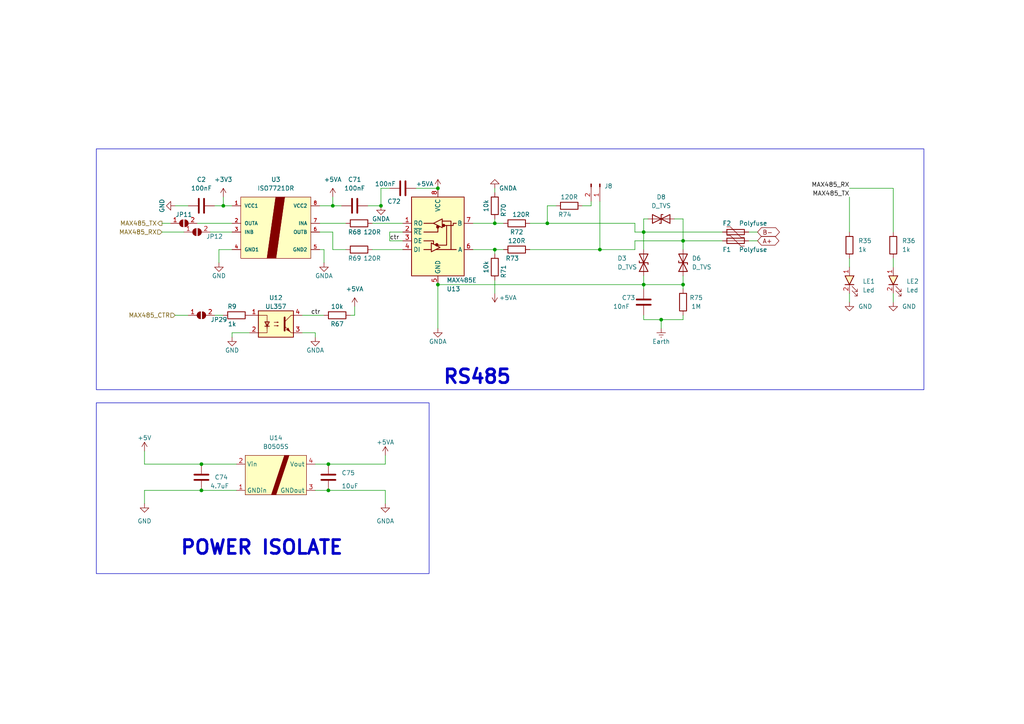
<source format=kicad_sch>
(kicad_sch (version 20230121) (generator eeschema)
  (paper "A4")
  (lib_symbols
    (symbol "Connector:Conn_01x02_Male" (pin_names (offset 1.016) hide)
      (property "Reference" "J" (at 0 2.54 0))
      (property "Value" "Conn_01x02_Male" (at 0 -5.08 0))
      (symbol "Conn_01x02_Male_1_1"
        (polyline (pts (xy 1.27 -2.54) (xy 0.8636 -2.54)) (stroke (width 0.1524)))
        (polyline (pts (xy 1.27 0) (xy 0.8636 0)) (stroke (width 0.1524)))
        (rectangle (start 0.8636 -2.413) (end 0 -2.667) (stroke (width 0.1524)) (fill (type outline)))
        (rectangle (start 0.8636 0.127) (end 0 -0.127) (stroke (width 0.1524)) (fill (type outline)))
        (pin passive line (at 5.08 0 180) (length 3.81) (name "Pin_1") (number "1"))
        (pin passive line (at 5.08 -2.54 180) (length 3.81) (name "Pin_2") (number "2"))
      )
    )
    (symbol "Device:C" (pin_numbers hide) (pin_names (offset 0.254))
      (property "Reference" "C" (at 0.635 2.54 0))
      (property "Value" "C" (at 0.635 -2.54 0))
      (symbol "C_0_1"
        (polyline (pts (xy -2.032 -0.762) (xy 2.032 -0.762)) (stroke (width 0.508)))
        (polyline (pts (xy -2.032 0.762) (xy 2.032 0.762)) (stroke (width 0.508)))
      )
      (symbol "C_1_1"
        (pin passive line (at 0 3.81 270) (length 2.794) (name "~") (number "1"))
        (pin passive line (at 0 -3.81 90) (length 2.794) (name "~") (number "2"))
      )
    )
    (symbol "Device:D_TVS" (pin_numbers hide) (pin_names (offset 1.016) hide)
      (property "Reference" "D" (at 0 2.54 0))
      (property "Value" "D_TVS" (at 0 -2.54 0))
      (symbol "D_TVS_0_1"
        (polyline (pts (xy 1.27 0) (xy -1.27 0)))
        (polyline (pts (xy 0.508 1.27) (xy 0 1.27) (xy 0 -1.27) (xy -0.508 -1.27)) (stroke (width 0.254)))
        (polyline (pts (xy -2.54 1.27) (xy -2.54 -1.27) (xy 2.54 1.27) (xy 2.54 -1.27) (xy -2.54 1.27)) (stroke (width 0.254)))
      )
      (symbol "D_TVS_1_1"
        (pin passive line (at -3.81 0 0) (length 2.54) (name "A1") (number "1"))
        (pin passive line (at 3.81 0 180) (length 2.54) (name "A2") (number "2"))
      )
    )
    (symbol "Device:Polyfuse" (pin_numbers hide) (pin_names (offset 0))
      (property "Reference" "F" (at -2.54 0 90))
      (property "Value" "Polyfuse" (at 2.54 0 90))
      (symbol "Polyfuse_0_1"
        (rectangle (start -0.762 2.54) (end 0.762 -2.54) (stroke (width 0.254)))
        (polyline (pts (xy 0 2.54) (xy 0 -2.54)))
        (polyline (pts (xy -1.524 2.54) (xy -1.524 1.524) (xy 1.524 -1.524) (xy 1.524 -2.54)))
      )
      (symbol "Polyfuse_1_1"
        (pin passive line (at 0 3.81 270) (length 1.27) (name "~") (number "1"))
        (pin passive line (at 0 -3.81 90) (length 1.27) (name "~") (number "2"))
      )
    )
    (symbol "Device:R" (pin_numbers hide) (pin_names (offset 0))
      (property "Reference" "R" (at 2.032 0 90))
      (property "Value" "R" (at 0 0 90))
      (symbol "R_0_1"
        (rectangle (start -1.016 -2.54) (end 1.016 2.54) (stroke (width 0.254)))
      )
      (symbol "R_1_1"
        (pin passive line (at 0 3.81 270) (length 1.27) (name "~") (number "1"))
        (pin passive line (at 0 -3.81 90) (length 1.27) (name "~") (number "2"))
      )
    )
    (symbol "IVS_SYMBOLS:B0505S"
      (property "Reference" "U" (at -10.16 7.62 0))
      (property "Value" "B0505S" (at 0 -7.62 0))
      (symbol "B0505S_0_1"
        (polyline (pts (xy -10.16 5.08) (xy -10.16 -6.35) (xy -2.54 -6.35) (xy 1.27 5.08) (xy -10.16 5.08)) (fill (type background)))
        (polyline (pts (xy 1.27 5.08) (xy 2.54 5.08) (xy -1.27 -6.35) (xy -2.54 -6.35) (xy 1.27 5.08)) (fill (type outline)))
        (polyline (pts (xy 2.54 5.08) (xy -1.27 -6.35) (xy 7.62 -6.35) (xy 7.62 5.08) (xy 2.54 5.08)) (fill (type background)))
      )
      (symbol "B0505S_1_1"
        (pin power_in line (at -12.7 -5.08 0) (length 2.54) (name "GNDin") (number "1"))
        (pin power_in line (at -12.7 2.54 0) (length 2.54) (name "Vin") (number "2"))
        (pin power_out line (at 10.16 -5.08 180) (length 2.54) (name "GNDout") (number "3"))
        (pin power_out line (at 10.16 2.54 180) (length 2.54) (name "Vout") (number "4"))
      )
    )
    (symbol "IVS_SYMBOLS:ISO7721DR" (pin_names (offset 1.016))
      (property "Reference" "U" (at -10.16 11.16 0))
      (property "Value" "ISO7721DR" (at -10.16 -10.16 0))
      (symbol "ISO7721DR_0_0"
        (pin power_in line (at -12.7 7.62 0) (length 2.54) (name "VCC1") (number "1"))
        (pin output line (at -12.7 2.54 0) (length 2.54) (name "OUTA") (number "2"))
        (pin input line (at -12.7 0 0) (length 2.54) (name "INB") (number "3"))
        (pin power_in line (at -12.7 -5.08 0) (length 2.54) (name "GND1") (number "4"))
        (pin power_in line (at 12.7 -5.08 180) (length 2.54) (name "GND2") (number "5"))
        (pin output line (at 12.7 0 180) (length 2.54) (name "OUTB") (number "6"))
        (pin input line (at 12.7 2.54 180) (length 2.54) (name "INA") (number "7"))
        (pin power_in line (at 12.7 7.62 180) (length 2.54) (name "VCC2") (number "8"))
      )
      (symbol "ISO7721DR_0_1"
        (polyline (pts (xy -10.16 10.16) (xy -10.16 -7.62) (xy -2.54 -7.62) (xy 0 10.16) (xy -10.16 10.16)) (fill (type background)))
        (polyline (pts (xy 0 10.16) (xy 2.54 10.16) (xy 0 -7.62) (xy -2.54 -7.62) (xy 0 10.16)) (fill (type outline)))
        (polyline (pts (xy 2.54 10.16) (xy 0 -7.62) (xy 10.16 -7.62) (xy 10.16 10.16) (xy 2.54 10.16)) (fill (type background)))
      )
    )
    (symbol "IVS_SYMBOLS:Led"
      (property "Reference" "LE" (at 0.508 -2.794 0))
      (property "Value" "Led" (at -0.254 2.794 0))
      (symbol "Led_0_1"
        (polyline (pts (xy 0 -1.27) (xy 0 1.27)) (stroke (width 0.254)))
        (polyline (pts (xy 2.54 -1.27) (xy 2.54 1.27) (xy 0 0) (xy 2.54 -1.27)) (stroke (width 0.254)) (fill (type background)))
        (polyline (pts (xy -1.778 -0.762) (xy -3.302 -2.286) (xy -2.54 -2.286) (xy -3.302 -2.286) (xy -3.302 -1.524)))
        (polyline (pts (xy -0.508 -0.762) (xy -2.032 -2.286) (xy -1.27 -2.286) (xy -2.032 -2.286) (xy -2.032 -1.524)))
      )
      (symbol "Led_1_1"
        (pin passive line (at 5.08 0 180) (length 2.54) (name "") (number "1"))
        (pin passive line (at -2.54 0 0) (length 2.54) (name "") (number "2"))
      )
    )
    (symbol "Interface_UART:MAX485E"
      (property "Reference" "U" (at -6.096 11.43 0))
      (property "Value" "MAX485E" (at 0.762 11.43 0))
      (symbol "MAX485E_0_1"
        (rectangle (start -7.62 10.16) (end 7.62 -12.7) (stroke (width 0.254)) (fill (type background)))
        (circle (center -0.3048 -3.683) (radius 0.3556) (stroke (width 0.254)) (fill (type outline)))
        (circle (center -0.0254 1.4986) (radius 0.3556) (stroke (width 0.254)) (fill (type outline)))
        (polyline (pts (xy -4.064 -5.08) (xy -1.905 -5.08)) (stroke (width 0.254)))
        (polyline (pts (xy -4.064 2.54) (xy -1.27 2.54)) (stroke (width 0.254)))
        (polyline (pts (xy -1.27 -3.2004) (xy -1.27 -3.4544)) (stroke (width 0.254)))
        (polyline (pts (xy -0.635 -5.08) (xy 5.334 -5.08)) (stroke (width 0.254)))
        (polyline (pts (xy -4.064 -2.54) (xy -1.27 -2.54) (xy -1.27 -3.175)) (stroke (width 0.254)))
        (polyline (pts (xy 0 1.27) (xy 0 0) (xy -4.064 0)) (stroke (width 0.254)))
        (polyline (pts (xy 1.27 3.175) (xy 3.81 3.175) (xy 3.81 -5.08)) (stroke (width 0.254)))
        (polyline (pts (xy 2.54 1.905) (xy 2.54 -3.81) (xy 0 -3.81)) (stroke (width 0.254)))
        (polyline (pts (xy -1.905 -3.175) (xy -1.905 -5.715) (xy 0.635 -4.445) (xy -1.905 -3.175)) (stroke (width 0.254)))
        (polyline (pts (xy -1.27 2.54) (xy 1.27 3.81) (xy 1.27 1.27) (xy -1.27 2.54)) (stroke (width 0.254)))
        (polyline (pts (xy 1.905 1.905) (xy 4.445 1.905) (xy 4.445 2.54) (xy 5.334 2.54)) (stroke (width 0.254)))
        (rectangle (start 1.27 3.175) (end 1.27 3.175))
        (circle (center 1.651 1.905) (radius 0.3556) (stroke (width 0.254)) (fill (type outline)))
      )
      (symbol "MAX485E_1_1"
        (pin output line (at -10.16 2.54 0) (length 2.54) (name "RO") (number "1"))
        (pin input line (at -10.16 0 0) (length 2.54) (name "~{RE}") (number "2"))
        (pin input line (at -10.16 -2.54 0) (length 2.54) (name "DE") (number "3"))
        (pin input line (at -10.16 -5.08 0) (length 2.54) (name "DI") (number "4"))
        (pin power_in line (at 0 -15.24 90) (length 2.54) (name "GND") (number "5"))
        (pin bidirectional line (at 10.16 -5.08 180) (length 2.54) (name "A") (number "6"))
        (pin bidirectional line (at 10.16 2.54 180) (length 2.54) (name "B") (number "7"))
        (pin power_in line (at 0 12.7 270) (length 2.54) (name "VCC") (number "8"))
      )
    )
    (symbol "Isolator:SFH617A-2X017T" (pin_names (offset 1.016))
      (property "Reference" "U" (at -5.08 6.35 0))
      (property "Value" "SFH617A-2X017T" (at -5.08 -6.35 0))
      (symbol "SFH617A-2X017T_0_1"
        (rectangle (start -5.08 3.81) (end 5.08 -3.81) (stroke (width 0.254)) (fill (type background)))
        (polyline (pts (xy -3.175 -0.635) (xy -1.905 -0.635)) (stroke (width 0.254)))
        (polyline (pts (xy 2.54 0.635) (xy 4.445 2.54)))
        (polyline (pts (xy 4.445 -2.54) (xy 2.54 -0.635)) (fill (type outline)))
        (polyline (pts (xy 4.445 -2.54) (xy 5.08 -2.54)))
        (polyline (pts (xy 4.445 2.54) (xy 5.08 2.54)))
        (polyline (pts (xy -2.54 -0.635) (xy -2.54 -2.54) (xy -5.08 -2.54)))
        (polyline (pts (xy 2.54 1.905) (xy 2.54 -1.905) (xy 2.54 -1.905)) (stroke (width 0.508)))
        (polyline (pts (xy -5.08 2.54) (xy -2.54 2.54) (xy -2.54 -1.27) (xy -2.54 0.635)))
        (polyline (pts (xy -2.54 -0.635) (xy -3.175 0.635) (xy -1.905 0.635) (xy -2.54 -0.635)) (stroke (width 0.254)))
        (polyline (pts (xy -0.508 -0.508) (xy 0.762 -0.508) (xy 0.381 -0.635) (xy 0.381 -0.381) (xy 0.762 -0.508)))
        (polyline (pts (xy -0.508 0.508) (xy 0.762 0.508) (xy 0.381 0.381) (xy 0.381 0.635) (xy 0.762 0.508)))
        (polyline (pts (xy 3.048 -1.651) (xy 3.556 -1.143) (xy 4.064 -2.159) (xy 3.048 -1.651) (xy 3.048 -1.651)) (fill (type outline)))
      )
      (symbol "SFH617A-2X017T_1_1"
        (pin passive line (at -7.62 2.54 0) (length 2.54) (name "~") (number "1"))
        (pin passive line (at -7.62 -2.54 0) (length 2.54) (name "~") (number "2"))
        (pin passive line (at 7.62 -2.54 180) (length 2.54) (name "~") (number "3"))
        (pin passive line (at 7.62 2.54 180) (length 2.54) (name "~") (number "4"))
      )
    )
    (symbol "Jumper:SolderJumper_2_Open" (pin_names (offset 0) hide)
      (property "Reference" "JP" (at 0 2.032 0))
      (property "Value" "SolderJumper_2_Open" (at 0 -2.54 0))
      (symbol "SolderJumper_2_Open_0_1"
        (arc (start -0.254 1.016) (mid -1.2656 0) (end -0.254 -1.016))
        (arc (start -0.254 1.016) (mid -1.2656 0) (end -0.254 -1.016) (fill (type outline)))
        (polyline (pts (xy -0.254 1.016) (xy -0.254 -1.016)))
        (polyline (pts (xy 0.254 1.016) (xy 0.254 -1.016)))
        (arc (start 0.254 -1.016) (mid 1.2656 0) (end 0.254 1.016))
        (arc (start 0.254 -1.016) (mid 1.2656 0) (end 0.254 1.016) (fill (type outline)))
      )
      (symbol "SolderJumper_2_Open_1_1"
        (pin passive line (at -3.81 0 0) (length 2.54) (name "A") (number "1"))
        (pin passive line (at 3.81 0 180) (length 2.54) (name "B") (number "2"))
      )
    )
    (symbol "power:+3V3" (power) (pin_names (offset 0))
      (property "Value" "+3V3" (at 0 3.556 0))
      (symbol "+3V3_0_1"
        (polyline (pts (xy -0.762 1.27) (xy 0 2.54)))
        (polyline (pts (xy 0 0) (xy 0 2.54)))
        (polyline (pts (xy 0 2.54) (xy 0.762 1.27)))
      )
      (symbol "+3V3_1_1"
        (pin power_in line (at 0 0 90) (length 0) hide (name "+3V3") (number "1"))
      )
    )
    (symbol "power:+5V" (power) (pin_names (offset 0))
      (property "Value" "+5V" (at 0 3.556 0))
      (symbol "+5V_0_1"
        (polyline (pts (xy -0.762 1.27) (xy 0 2.54)))
        (polyline (pts (xy 0 0) (xy 0 2.54)))
        (polyline (pts (xy 0 2.54) (xy 0.762 1.27)))
      )
      (symbol "+5V_1_1"
        (pin power_in line (at 0 0 90) (length 0) hide (name "+5V") (number "1"))
      )
    )
    (symbol "power:+5VA" (power) (pin_names (offset 0))
      (property "Value" "+5VA" (at 0 3.556 0))
      (symbol "+5VA_0_1"
        (polyline (pts (xy -0.762 1.27) (xy 0 2.54)))
        (polyline (pts (xy 0 0) (xy 0 2.54)))
        (polyline (pts (xy 0 2.54) (xy 0.762 1.27)))
      )
      (symbol "+5VA_1_1"
        (pin power_in line (at 0 0 90) (length 0) hide (name "+5VA") (number "1"))
      )
    )
    (symbol "power:Earth" (power) (pin_names (offset 0))
      (symbol "Earth_0_1"
        (polyline (pts (xy -0.635 -1.905) (xy 0.635 -1.905)))
        (polyline (pts (xy -0.127 -2.54) (xy 0.127 -2.54)))
        (polyline (pts (xy 0 -1.27) (xy 0 0)))
        (polyline (pts (xy 1.27 -1.27) (xy -1.27 -1.27)))
      )
      (symbol "Earth_1_1"
        (pin power_in line (at 0 0 270) (length 0) hide (name "Earth") (number "1"))
      )
    )
    (symbol "power:GND" (power) (pin_names (offset 0))
      (property "Value" "GND" (at 0 -3.81 0))
      (symbol "GND_0_1"
        (polyline (pts (xy 0 0) (xy 0 -1.27) (xy 1.27 -1.27) (xy 0 -2.54) (xy -1.27 -1.27) (xy 0 -1.27)))
      )
      (symbol "GND_1_1"
        (pin power_in line (at 0 0 270) (length 0) hide (name "GND") (number "1"))
      )
    )
    (symbol "power:GNDA" (power) (pin_names (offset 0))
      (property "Value" "GNDA" (at 0 -3.81 0))
      (symbol "GNDA_0_1"
        (polyline (pts (xy 0 0) (xy 0 -1.27) (xy 1.27 -1.27) (xy 0 -2.54) (xy -1.27 -1.27) (xy 0 -1.27)))
      )
      (symbol "GNDA_1_1"
        (pin power_in line (at 0 0 270) (length 0) hide (name "GNDA") (number "1"))
      )
    )
  )
  (junction (at 186.69 82.55))
  (junction (at 95.25 142.24))
  (junction (at 173.99 72.39))
  (junction (at 110.49 59.69))
  (junction (at 158.75 64.77))
  (junction (at 127 82.55))
  (junction (at 58.42 134.62))
  (junction (at 95.25 134.62))
  (junction (at 127 54.61))
  (junction (at 96.52 59.69))
  (junction (at 198.12 69.85))
  (junction (at 191.77 92.71))
  (junction (at 143.51 64.77))
  (junction (at 64.77 59.69))
  (junction (at 143.51 72.39))
  (junction (at 198.12 82.55))
  (junction (at 186.69 67.31))
  (junction (at 58.42 142.24))
  (wire (pts (xy 186.69 67.31) (xy 209.55 67.31)))
  (wire (pts (xy 62.23 59.69) (xy 64.77 59.69)))
  (wire (pts (xy 186.69 67.31) (xy 186.69 72.39)))
  (wire (pts (xy 127 82.55) (xy 127 95.25)))
  (wire (pts (xy 259.08 74.93) (xy 259.08 77.47)))
  (wire (pts (xy 186.69 82.55) (xy 198.12 82.55)))
  (wire (pts (xy 198.12 82.55) (xy 198.12 83.82)))
  (wire (pts (xy 58.42 134.62) (xy 68.58 134.62)))
  (wire (pts (xy 96.52 67.31) (xy 92.71 67.31)))
  (wire (pts (xy 171.45 59.69) (xy 171.45 58.42)))
  (wire (pts (xy 113.03 54.61) (xy 110.49 54.61)))
  (wire (pts (xy 246.38 54.61) (xy 259.08 54.61)))
  (wire (pts (xy 217.17 67.31) (xy 219.71 67.31)))
  (wire (pts (xy 246.38 57.15) (xy 246.38 67.31)))
  (wire (pts (xy 64.77 59.69) (xy 67.31 59.69)))
  (wire (pts (xy 107.95 64.77) (xy 116.84 64.77)))
  (wire (pts (xy 96.52 59.69) (xy 99.06 59.69)))
  (wire (pts (xy 143.51 55.88) (xy 143.51 54.61)))
  (wire (pts (xy 198.12 63.5) (xy 198.12 69.85)))
  (wire (pts (xy 143.51 81.28) (xy 143.51 85.09)))
  (wire (pts (xy 95.25 134.62) (xy 111.76 134.62)))
  (wire (pts (xy 46.99 64.77) (xy 49.53 64.77)))
  (wire (pts (xy 259.08 54.61) (xy 259.08 67.31)))
  (wire (pts (xy 184.15 69.85) (xy 198.12 69.85)))
  (wire (pts (xy 195.58 63.5) (xy 198.12 63.5)))
  (wire (pts (xy 67.31 72.39) (xy 63.5 72.39)))
  (wire (pts (xy 100.33 72.39) (xy 96.52 72.39)))
  (wire (pts (xy 50.8 91.44) (xy 54.61 91.44)))
  (wire (pts (xy 106.68 59.69) (xy 110.49 59.69)))
  (wire (pts (xy 184.15 64.77) (xy 184.15 67.31)))
  (wire (pts (xy 95.25 134.62) (xy 91.44 134.62)))
  (wire (pts (xy 186.69 63.5) (xy 186.69 67.31)))
  (wire (pts (xy 246.38 74.93) (xy 246.38 77.47)))
  (wire (pts (xy 173.99 58.42) (xy 173.99 72.39)))
  (wire (pts (xy 184.15 69.85) (xy 184.15 72.39)))
  (wire (pts (xy 96.52 72.39) (xy 96.52 67.31)))
  (wire (pts (xy 72.39 96.52) (xy 67.31 96.52)))
  (wire (pts (xy 95.25 142.24) (xy 111.76 142.24)))
  (wire (pts (xy 60.96 67.31) (xy 67.31 67.31)))
  (wire (pts (xy 111.76 142.24) (xy 111.76 146.05)))
  (wire (pts (xy 102.87 88.9) (xy 102.87 91.44)))
  (wire (pts (xy 58.42 142.24) (xy 68.58 142.24)))
  (wire (pts (xy 91.44 96.52) (xy 91.44 97.79)))
  (wire (pts (xy 67.31 96.52) (xy 67.31 97.79)))
  (wire (pts (xy 91.44 142.24) (xy 95.25 142.24)))
  (wire (pts (xy 168.91 59.69) (xy 171.45 59.69)))
  (wire (pts (xy 50.8 59.69) (xy 54.61 59.69)))
  (wire (pts (xy 209.55 69.85) (xy 198.12 69.85)))
  (wire (pts (xy 64.77 57.15) (xy 64.77 59.69)))
  (wire (pts (xy 191.77 95.25) (xy 191.77 92.71)))
  (wire (pts (xy 143.51 72.39) (xy 143.51 73.66)))
  (wire (pts (xy 186.69 82.55) (xy 186.69 83.82)))
  (wire (pts (xy 187.96 63.5) (xy 186.69 63.5)))
  (wire (pts (xy 198.12 91.44) (xy 198.12 92.71)))
  (wire (pts (xy 198.12 80.01) (xy 198.12 82.55)))
  (wire (pts (xy 110.49 54.61) (xy 110.49 59.69)))
  (wire (pts (xy 96.52 59.69) (xy 92.71 59.69)))
  (wire (pts (xy 87.63 91.44) (xy 93.98 91.44)))
  (wire (pts (xy 158.75 64.77) (xy 184.15 64.77)))
  (wire (pts (xy 116.84 67.31) (xy 113.03 67.31)))
  (wire (pts (xy 259.08 85.09) (xy 259.08 87.63)))
  (wire (pts (xy 184.15 67.31) (xy 186.69 67.31)))
  (wire (pts (xy 186.69 92.71) (xy 191.77 92.71)))
  (wire (pts (xy 111.76 132.08) (xy 111.76 134.62)))
  (wire (pts (xy 113.03 69.85) (xy 116.84 69.85)))
  (wire (pts (xy 127 82.55) (xy 186.69 82.55)))
  (wire (pts (xy 217.17 69.85) (xy 219.71 69.85)))
  (wire (pts (xy 120.65 54.61) (xy 127 54.61)))
  (wire (pts (xy 102.87 91.44) (xy 101.6 91.44)))
  (wire (pts (xy 93.98 72.39) (xy 93.98 76.2)))
  (wire (pts (xy 158.75 59.69) (xy 158.75 64.77)))
  (wire (pts (xy 41.91 130.81) (xy 41.91 134.62)))
  (wire (pts (xy 41.91 134.62) (xy 58.42 134.62)))
  (wire (pts (xy 161.29 59.69) (xy 158.75 59.69)))
  (wire (pts (xy 173.99 72.39) (xy 184.15 72.39)))
  (wire (pts (xy 57.15 64.77) (xy 67.31 64.77)))
  (wire (pts (xy 87.63 96.52) (xy 91.44 96.52)))
  (wire (pts (xy 143.51 64.77) (xy 146.05 64.77)))
  (wire (pts (xy 92.71 72.39) (xy 93.98 72.39)))
  (wire (pts (xy 143.51 63.5) (xy 143.51 64.77)))
  (wire (pts (xy 41.91 142.24) (xy 58.42 142.24)))
  (wire (pts (xy 191.77 92.71) (xy 198.12 92.71)))
  (wire (pts (xy 186.69 82.55) (xy 186.69 80.01)))
  (wire (pts (xy 143.51 72.39) (xy 146.05 72.39)))
  (wire (pts (xy 62.23 91.44) (xy 64.77 91.44)))
  (wire (pts (xy 41.91 146.05) (xy 41.91 142.24)))
  (wire (pts (xy 153.67 64.77) (xy 158.75 64.77)))
  (wire (pts (xy 246.38 85.09) (xy 246.38 87.63)))
  (wire (pts (xy 63.5 72.39) (xy 63.5 76.2)))
  (wire (pts (xy 96.52 57.15) (xy 96.52 59.69)))
  (wire (pts (xy 107.95 72.39) (xy 116.84 72.39)))
  (wire (pts (xy 137.16 72.39) (xy 143.51 72.39)))
  (wire (pts (xy 186.69 91.44) (xy 186.69 92.71)))
  (wire (pts (xy 198.12 69.85) (xy 198.12 72.39)))
  (wire (pts (xy 92.71 64.77) (xy 100.33 64.77)))
  (wire (pts (xy 46.99 67.31) (xy 53.34 67.31)))
  (wire (pts (xy 153.67 72.39) (xy 173.99 72.39)))
  (wire (pts (xy 137.16 64.77) (xy 143.51 64.77)))
  (wire (pts (xy 113.03 67.31) (xy 113.03 69.85)))
  (rectangle (start 27.94 43.18) (end 267.97 113.03))
  (rectangle (start 27.94 116.84) (end 124.46 166.37))
  (text "RS485\n" (at 128.27 111.76 0) (effects (font (size 4 4) (thickness 0.8) bold) (justify left bottom)))
  (text "POWER ISOLATE\n" (at 52.07 161.29 0) (effects (font (size 4 4) (thickness 0.8) bold) (justify left bottom)))
  (label "ctr" (at 90.17 91.44 0))
  (label "MAX485_RX" (at 246.38 54.61 180))
  (label "MAX485_TX" (at 246.38 57.15 180))
  (label "ctr" (at 113.03 69.85 0))
  (global_label "B-" (shape bidirectional) (at 219.71 67.31 0) (property "Intersheetrefs" "${INTERSHEET_REFS}" (effects hide)))
  (global_label "A+" (shape bidirectional) (at 219.71 69.85 0) (property "Intersheetrefs" "${INTERSHEET_REFS}" (effects hide)))
  (hierarchical_label "MAX485_CTR" (shape input) (at 50.8 91.44 180))
  (hierarchical_label "MAX485_RX" (shape input) (at 46.99 67.31 180))
  (hierarchical_label "MAX485_TX" (shape output) (at 46.99 64.77 180))
  (symbol (lib_id "Device:C") (at 116.84 54.61 90) (unit 1)
    (property "Reference" "C72" (at 114.3 58.42 90))
    (property "Value" "100nF" (at 111.76 53.34 90))
    (property "Footprint" "IVS_FOOTPRINTS:C0603" (effects hide))
    (instances (project "INTERFACE" (path "" (reference "C72") (unit 1)) (path "" (reference "C4") (unit 1))))
  )
  (symbol (lib_id "Device:D_TVS") (at 186.69 76.2 90) (unit 1)
    (property "Reference" "D3" (at 179.07 74.93 90) (effects (justify right)))
    (property "Value" "D_TVS" (at 179.07 77.47 90) (effects (justify right)))
    (property "Footprint" "IVS_FOOTPRINTS:D_SMA" (effects hide))
    (instances (project "INTERFACE" (path "" (reference "D3") (unit 1)) (path "" (reference "D1") (unit 1))))
  )
  (symbol (lib_id "power:+3V3") (at 64.77 57.15 0) (unit 1)
    (property "Reference" "#PWR011" (effects hide))
    (property "Value" "+3V3" (at 64.77 52.07 0))
    (instances (project "INTERFACE" (path "" (reference "#PWR011") (unit 1)) (path "" (reference "#PWR03") (unit 1))))
  )
  (symbol (lib_id "Device:Polyfuse") (at 213.36 69.85 90) (mirror x) (unit 1)
    (property "Reference" "F1" (at 210.82 72.39 90))
    (property "Value" "Polyfuse" (at 218.44 72.39 90))
    (property "Footprint" "IVS_FOOTPRINTS:Fuse_1812_4532Metric" (effects hide))
    (instances (project "INTERFACE" (path "" (reference "F1") (unit 1)) (path "" (reference "F4") (unit 1))))
  )
  (symbol (lib_id "power:GND") (at 63.5 76.2 0) (unit 1)
    (property "Reference" "#PWR010" (effects hide))
    (property "Value" "GND" (at 63.5 80.01 0))
    (instances (project "INTERFACE" (path "" (reference "#PWR010") (unit 1)) (path "" (reference "#PWR02") (unit 1))))
  )
  (symbol (lib_id "Device:R") (at 246.38 71.12 0) (unit 1)
    (property "Reference" "R35" (at 248.92 69.8499 0) (effects (justify left)))
    (property "Value" "1k" (at 248.92 72.3899 0) (effects (justify left)))
    (property "Footprint" "IVS_FOOTPRINTS:R0603" (effects hide))
    (instances (project "INTERFACE" (path "" (reference "R35") (unit 1)) (path "" (reference "R16") (unit 1))))
  )
  (symbol (lib_id "power:GND") (at 50.8 59.69 270) (unit 1)
    (property "Reference" "#PWR08" (effects hide))
    (property "Value" "GND" (at 46.99 59.69 0))
    (instances (project "INTERFACE" (path "" (reference "#PWR08") (unit 1)) (path "" (reference "#PWR01") (unit 1))))
  )
  (symbol (lib_id "power:GNDA") (at 111.76 146.05 0) (unit 1)
    (property "Reference" "#PWR0110" (effects hide))
    (property "Value" "GNDA" (at 111.76 151.13 0))
    (instances (project "POWER" (path "" (reference "#PWR0110") (unit 1))) (project "INTERFACE" (path "" (reference "#PWR023") (unit 1))))
  )
  (symbol (lib_id "Device:R") (at 198.12 87.63 180) (unit 1)
    (property "Reference" "R75" (at 201.93 86.36 0))
    (property "Value" "1M" (at 201.93 88.9 0))
    (property "Footprint" "IVS_FOOTPRINTS:R0603" (effects hide))
    (instances (project "INTERFACE" (path "" (reference "R75") (unit 1)) (path "" (reference "R15") (unit 1))))
  )
  (symbol (lib_id "Device:C") (at 58.42 138.43 0) (unit 1)
    (property "Reference" "C74" (at 62.23 138.43 0) (effects (justify left)))
    (property "Value" "4.7uF" (at 60.96 140.97 0) (effects (justify left)))
    (property "Footprint" "IVS_FOOTPRINTS:C0603" (effects hide))
    (instances (project "POWER" (path "" (reference "C74") (unit 1))) (project "INTERFACE" (path "" (reference "C6") (unit 1))))
  )
  (symbol (lib_id "power:GND") (at 41.91 146.05 0) (unit 1)
    (property "Reference" "#PWR0111" (effects hide))
    (property "Value" "GND" (at 41.91 151.13 0))
    (instances (project "POWER" (path "" (reference "#PWR0111") (unit 1))) (project "INTERFACE" (path "" (reference "#PWR021") (unit 1))))
  )
  (symbol (lib_id "power:GNDA") (at 93.98 76.2 0) (unit 1)
    (property "Reference" "#PWR056" (effects hide))
    (property "Value" "GNDA" (at 93.98 80.01 0))
    (instances (project "INTERFACE" (path "" (reference "#PWR056") (unit 1)) (path "" (reference "#PWR06") (unit 1))))
  )
  (symbol (lib_id "Connector:Conn_01x02_Male") (at 173.99 53.34 270) (unit 1)
    (property "Reference" "J8" (at 175.26 53.9749 90) (effects (justify left)))
    (property "Value" " " (effects hide))
    (property "Footprint" "Connector_PinHeader_2.54mm:PinHeader_1x02_P2.54mm_Vertical" (effects hide))
    (instances (project "INTERFACE" (path "" (reference "J8") (unit 1)) (path "" (reference "J1") (unit 1))))
  )
  (symbol (lib_id "Interface_UART:MAX485E") (at 127 67.31 0) (unit 1)
    (property "Reference" "U13" (at 129.54 83.82 0) (effects (justify left)))
    (property "Value" "MAX485E" (at 129.54 81.28 0) (effects (justify left)))
    (property "Footprint" "IVS_FOOTPRINTS:SOIC-8" (effects hide))
    (property "Datasheet" "https://datasheets.maximintegrated.com/en/ds/MAX1487E-MAX491E.pdf" (effects hide))
    (instances (project "INTERFACE" (path "" (reference "U13") (unit 1)) (path "" (reference "U5") (unit 1))))
  )
  (symbol (lib_id "Device:R") (at 143.51 59.69 180) (unit 1)
    (property "Reference" "R70" (at 146.05 60.96 90))
    (property "Value" "10k" (at 140.97 59.69 90))
    (property "Footprint" "IVS_FOOTPRINTS:R0603" (effects hide))
    (instances (project "INTERFACE" (path "" (reference "R70") (unit 1)) (path "" (reference "R6") (unit 1))))
  )
  (symbol (lib_id "power:Earth") (at 191.77 95.25 0) (unit 1)
    (property "Reference" "#PWR087" (effects hide))
    (property "Value" "Earth" (at 191.77 99.06 0))
    (instances (project "INTERFACE" (path "" (reference "#PWR087") (unit 1)) (path "" (reference "#PWR017") (unit 1))))
  )
  (symbol (lib_id "power:GND") (at 259.08 87.63 0) (unit 1)
    (property "Reference" "#PWR077" (effects hide))
    (property "Value" "GND" (at 261.62 88.8999 0) (effects (justify left)))
    (instances (project "INTERFACE" (path "" (reference "#PWR077") (unit 1)) (path "" (reference "#PWR019") (unit 1))))
  )
  (symbol (lib_id "Device:C") (at 58.42 59.69 90) (unit 1)
    (property "Reference" "C2" (at 58.42 52.07 90))
    (property "Value" "100nF" (at 58.42 54.61 90))
    (property "Footprint" "IVS_FOOTPRINTS:C0603" (effects hide))
    (instances (project "INTERFACE" (path "" (reference "C2") (unit 1)) (path "" (reference "C1") (unit 1))))
  )
  (symbol (lib_id "Device:C") (at 102.87 59.69 90) (unit 1)
    (property "Reference" "C71" (at 102.87 52.07 90))
    (property "Value" "100nF" (at 102.87 54.61 90))
    (property "Footprint" "IVS_FOOTPRINTS:C0603" (effects hide))
    (instances (project "INTERFACE" (path "" (reference "C71") (unit 1)) (path "" (reference "C3") (unit 1))))
  )
  (symbol (lib_id "Device:R") (at 68.58 91.44 90) (unit 1)
    (property "Reference" "R9" (at 67.31 88.9 90))
    (property "Value" "1k" (at 67.31 93.98 90))
    (property "Footprint" "IVS_FOOTPRINTS:R0603" (effects hide))
    (instances (project "INTERFACE" (path "" (reference "R9") (unit 1)) (path "" (reference "R1") (unit 1))))
  )
  (symbol (lib_id "IVS_SYMBOLS:Led") (at 246.38 82.55 90) (unit 1)
    (property "Reference" "LE1" (at 250.19 81.5974 90) (effects (justify right)))
    (property "Value" "Led" (at 250.19 84.1374 90) (effects (justify right)))
    (property "Footprint" "IVS_FOOTPRINTS:LED0603" (effects hide))
    (instances (project "INTERFACE" (path "" (reference "LE1") (unit 1)) (path "" (reference "LE3") (unit 1))))
  )
  (symbol (lib_id "power:+5V") (at 41.91 130.81 0) (unit 1)
    (property "Reference" "#PWR0118" (effects hide))
    (property "Value" "+5V" (at 41.91 127 0))
    (instances (project "POWER" (path "" (reference "#PWR0118") (unit 1))) (project "INTERFACE" (path "" (reference "#PWR020") (unit 1))))
  )
  (symbol (lib_id "Device:R") (at 104.14 72.39 90) (unit 1)
    (property "Reference" "R69" (at 102.87 74.93 90))
    (property "Value" "120R" (at 107.95 74.93 90))
    (property "Footprint" "IVS_FOOTPRINTS:R0603" (effects hide))
    (instances (project "INTERFACE" (path "" (reference "R69") (unit 1)) (path "" (reference "R5") (unit 1))))
  )
  (symbol (lib_id "Device:Polyfuse") (at 213.36 67.31 90) (mirror x) (unit 1)
    (property "Reference" "F2" (at 210.82 64.77 90))
    (property "Value" "Polyfuse" (at 218.44 64.77 90))
    (property "Footprint" "IVS_FOOTPRINTS:Fuse_1812_4532Metric" (effects hide))
    (instances (project "INTERFACE" (path "" (reference "F2") (unit 1)) (path "" (reference "F3") (unit 1))))
  )
  (symbol (lib_id "Device:R") (at 97.79 91.44 90) (unit 1)
    (property "Reference" "R67" (at 97.79 93.98 90))
    (property "Value" "10k" (at 97.79 88.9 90))
    (property "Footprint" "IVS_FOOTPRINTS:R0603" (effects hide))
    (instances (project "INTERFACE" (path "" (reference "R67") (unit 1)) (path "" (reference "R2") (unit 1))))
  )
  (symbol (lib_id "power:+5VA") (at 127 54.61 0) (unit 1)
    (property "Reference" "#PWR085" (effects hide))
    (property "Value" "+5VA" (at 123.19 53.34 0))
    (instances (project "INTERFACE" (path "" (reference "#PWR085") (unit 1)) (path "" (reference "#PWR013") (unit 1))))
  )
  (symbol (lib_id "Device:D_TVS") (at 191.77 63.5 180) (unit 1)
    (property "Reference" "D8" (at 191.77 57.15 0))
    (property "Value" "D_TVS" (at 191.77 59.69 0))
    (property "Footprint" "IVS_FOOTPRINTS:D_SMA" (effects hide))
    (instances (project "INTERFACE" (path "" (reference "D8") (unit 1)) (path "" (reference "D4") (unit 1))))
  )
  (symbol (lib_id "power:+5VA") (at 111.76 132.08 0) (unit 1)
    (property "Reference" "#PWR0117" (effects hide))
    (property "Value" "+5VA" (at 111.76 128.27 0))
    (instances (project "POWER" (path "" (reference "#PWR0117") (unit 1))) (project "INTERFACE" (path "" (reference "#PWR022") (unit 1))))
  )
  (symbol (lib_id "power:+5VA") (at 143.51 85.09 180) (unit 1)
    (property "Reference" "#PWR0122" (effects hide))
    (property "Value" "+5VA" (at 147.32 86.36 0))
    (instances (project "INTERFACE" (path "" (reference "#PWR0122") (unit 1)) (path "" (reference "#PWR016") (unit 1))))
  )
  (symbol (lib_id "IVS_SYMBOLS:Led") (at 259.08 82.55 90) (unit 1)
    (property "Reference" "LE2" (at 262.89 81.5974 90) (effects (justify right)))
    (property "Value" "Led" (at 262.89 84.1374 90) (effects (justify right)))
    (property "Footprint" "IVS_FOOTPRINTS:LED0603" (effects hide))
    (instances (project "INTERFACE" (path "" (reference "LE2") (unit 1)) (path "" (reference "LE4") (unit 1))))
  )
  (symbol (lib_id "Device:D_TVS") (at 198.12 76.2 90) (unit 1)
    (property "Reference" "D6" (at 200.66 74.9299 90) (effects (justify right)))
    (property "Value" "D_TVS" (at 200.66 77.4699 90) (effects (justify right)))
    (property "Footprint" "IVS_FOOTPRINTS:D_SMA" (effects hide))
    (instances (project "INTERFACE" (path "" (reference "D6") (unit 1)) (path "" (reference "D5") (unit 1))))
  )
  (symbol (lib_id "Device:R") (at 165.1 59.69 90) (unit 1)
    (property "Reference" "R74" (at 163.83 62.23 90))
    (property "Value" "120R" (at 165.1 57.15 90))
    (property "Footprint" "IVS_FOOTPRINTS:R0603" (effects hide))
    (instances (project "INTERFACE" (path "" (reference "R74") (unit 1)) (path "" (reference "R14") (unit 1))))
  )
  (symbol (lib_id "power:GNDA") (at 143.51 54.61 180) (unit 1)
    (property "Reference" "#PWR0121" (effects hide))
    (property "Value" "GNDA" (at 147.32 54.61 0))
    (instances (project "INTERFACE" (path "" (reference "#PWR0121") (unit 1)) (path "" (reference "#PWR015") (unit 1))))
  )
  (symbol (lib_id "Jumper:SolderJumper_2_Open") (at 57.15 67.31 0) (mirror x) (unit 1)
    (property "Reference" "JP12" (at 62.23 68.58 0))
    (property "Value" " " (effects hide))
    (property "Footprint" "Jumper:SolderJumper-2_P1.3mm_Open_RoundedPad1.0x1.5mm" (effects hide))
    (instances (project "INTERFACE" (path "" (reference "JP12") (unit 1)) (path "" (reference "JP3") (unit 1))))
  )
  (symbol (lib_id "Device:R") (at 104.14 64.77 90) (unit 1)
    (property "Reference" "R68" (at 102.87 67.31 90))
    (property "Value" "120R" (at 107.95 67.31 90))
    (property "Footprint" "IVS_FOOTPRINTS:R0603" (effects hide))
    (instances (project "INTERFACE" (path "" (reference "R68") (unit 1)) (path "" (reference "R4") (unit 1))))
  )
  (symbol (lib_id "Device:C") (at 186.69 87.63 180) (unit 1)
    (property "Reference" "C73" (at 180.34 86.36 0) (effects (justify right)))
    (property "Value" "10nF" (at 177.8 88.9 0) (effects (justify right)))
    (property "Footprint" "IVS_FOOTPRINTS:C0603" (effects hide))
    (instances (project "INTERFACE" (path "" (reference "C73") (unit 1)) (path "" (reference "C5") (unit 1))))
  )
  (symbol (lib_id "Device:C") (at 95.25 138.43 0) (unit 1)
    (property "Reference" "C75" (at 99.06 137.16 0) (effects (justify left)))
    (property "Value" "10uF" (at 99.06 140.97 0) (effects (justify left)))
    (property "Footprint" "IVS_FOOTPRINTS:C0603" (effects hide))
    (instances (project "POWER" (path "" (reference "C75") (unit 1))) (project "INTERFACE" (path "" (reference "C7") (unit 1))))
  )
  (symbol (lib_id "IVS_SYMBOLS:B0505S") (at 81.28 137.16 0) (unit 1)
    (property "Reference" "U14" (at 80.01 127 0))
    (property "Value" "B0505S" (at 80.01 129.54 0))
    (property "Footprint" "IVS_FOOTPRINTS:Power_DCDC_Isolate_1W_BxxxxS" (effects hide))
    (instances (project "POWER" (path "" (reference "U14") (unit 1))) (project "INTERFACE" (path "" (reference "U6") (unit 1))))
  )
  (symbol (lib_id "power:GND") (at 246.38 87.63 0) (unit 1)
    (property "Reference" "#PWR076" (effects hide))
    (property "Value" "GND" (at 248.92 88.8999 0) (effects (justify left)))
    (instances (project "INTERFACE" (path "" (reference "#PWR076") (unit 1)) (path "" (reference "#PWR018") (unit 1))))
  )
  (symbol (lib_id "power:+5VA") (at 102.87 88.9 0) (unit 1)
    (property "Reference" "#PWR058" (effects hide))
    (property "Value" "+5VA" (at 102.87 83.82 0))
    (instances (project "INTERFACE" (path "" (reference "#PWR058") (unit 1)) (path "" (reference "#PWR09") (unit 1))))
  )
  (symbol (lib_id "power:+5VA") (at 96.52 57.15 0) (unit 1)
    (property "Reference" "#PWR057" (effects hide))
    (property "Value" "+5VA" (at 96.52 52.07 0))
    (instances (project "INTERFACE" (path "" (reference "#PWR057") (unit 1)) (path "" (reference "#PWR07") (unit 1))))
  )
  (symbol (lib_id "IVS_SYMBOLS:ISO7721DR") (at 80.01 67.31 0) (unit 1)
    (property "Reference" "U3" (at 80.01 52.07 0))
    (property "Value" "ISO7721DR" (at 80.01 54.61 0))
    (property "Footprint" "IVS_FOOTPRINTS:SOIC-8" (effects hide))
    (property "STANDARD" "IPC-7351B" (effects hide))
    (property "MANUFACTURER" "Texas Instruments" (effects hide))
    (property "MAXIMUM_PACKAGE_HEIGHT" "1.75mm" (effects hide))
    (property "PARTREV" "E" (effects hide))
    (instances (project "INTERFACE" (path "" (reference "U3") (unit 1)) (path "" (reference "U1") (unit 1))))
  )
  (symbol (lib_id "Isolator:SFH617A-2X017T") (at 80.01 93.98 0) (unit 1)
    (property "Reference" "U12" (at 80.01 86.36 0))
    (property "Value" "UL357" (at 80.01 88.9 0))
    (property "Footprint" "IVS_FOOTPRINTS:OPTO_EL357N-G" (effects hide))
    (property "Datasheet" "http://www.vishay.com/docs/83740/sfh617a.pdf" (effects hide))
    (instances (project "INTERFACE" (path "" (reference "U12") (unit 1)) (path "" (reference "U2") (unit 1))))
  )
  (symbol (lib_id "Jumper:SolderJumper_2_Open") (at 53.34 64.77 0) (mirror x) (unit 1)
    (property "Reference" "JP11" (at 53.34 62.23 0))
    (property "Value" " " (effects hide))
    (property "Footprint" "Jumper:SolderJumper-2_P1.3mm_Open_RoundedPad1.0x1.5mm" (effects hide))
    (instances (project "INTERFACE" (path "" (reference "JP11") (unit 1)) (path "" (reference "JP1") (unit 1))))
  )
  (symbol (lib_id "Device:R") (at 259.08 71.12 0) (unit 1)
    (property "Reference" "R36" (at 261.62 69.8499 0) (effects (justify left)))
    (property "Value" "1k" (at 261.62 72.3899 0) (effects (justify left)))
    (property "Footprint" "IVS_FOOTPRINTS:R0603" (effects hide))
    (instances (project "INTERFACE" (path "" (reference "R36") (unit 1)) (path "" (reference "R17") (unit 1))))
  )
  (symbol (lib_id "power:GNDA") (at 127 95.25 0) (unit 1)
    (property "Reference" "#PWR086" (effects hide))
    (property "Value" "GNDA" (at 127 99.06 0))
    (instances (project "INTERFACE" (path "" (reference "#PWR086") (unit 1)) (path "" (reference "#PWR014") (unit 1))))
  )
  (symbol (lib_id "Device:R") (at 149.86 72.39 90) (unit 1)
    (property "Reference" "R73" (at 148.59 74.93 90))
    (property "Value" "120R" (at 149.86 69.85 90))
    (property "Footprint" "IVS_FOOTPRINTS:R0603" (effects hide))
    (instances (project "INTERFACE" (path "" (reference "R73") (unit 1)) (path "" (reference "R13") (unit 1))))
  )
  (symbol (lib_id "Device:R") (at 143.51 77.47 180) (unit 1)
    (property "Reference" "R71" (at 146.05 78.74 90))
    (property "Value" "10k" (at 140.97 77.47 90))
    (property "Footprint" "IVS_FOOTPRINTS:R0603" (effects hide))
    (instances (project "INTERFACE" (path "" (reference "R71") (unit 1)) (path "" (reference "R7") (unit 1))))
  )
  (symbol (lib_id "power:GNDA") (at 110.49 59.69 0) (unit 1)
    (property "Reference" "#PWR082" (effects hide))
    (property "Value" "GNDA" (at 110.49 63.5 0))
    (instances (project "INTERFACE" (path "" (reference "#PWR082") (unit 1)) (path "" (reference "#PWR012") (unit 1))))
  )
  (symbol (lib_id "power:GND") (at 67.31 97.79 0) (unit 1)
    (property "Reference" "#PWR029" (effects hide))
    (property "Value" "GND" (at 67.31 101.6 0))
    (instances (project "INTERFACE" (path "" (reference "#PWR029") (unit 1)) (path "" (reference "#PWR04") (unit 1))))
  )
  (symbol (lib_id "Device:R") (at 149.86 64.77 90) (unit 1)
    (property "Reference" "R72" (at 149.86 67.31 90))
    (property "Value" "120R" (at 151.13 62.23 90))
    (property "Footprint" "IVS_FOOTPRINTS:R0603" (effects hide))
    (instances (project "INTERFACE" (path "" (reference "R72") (unit 1)) (path "" (reference "R8") (unit 1))))
  )
  (symbol (lib_id "Jumper:SolderJumper_2_Open") (at 58.42 91.44 0) (mirror x) (unit 1)
    (property "Reference" "JP29" (at 63.5 92.71 0))
    (property "Value" " " (effects hide))
    (property "Footprint" "Jumper:SolderJumper-2_P1.3mm_Open_RoundedPad1.0x1.5mm" (effects hide))
    (instances (project "INTERFACE" (path "" (reference "JP29") (unit 1)) (path "" (reference "JP5") (unit 1))))
  )
  (symbol (lib_id "power:GNDA") (at 91.44 97.79 0) (unit 1)
    (property "Reference" "#PWR047" (effects hide))
    (property "Value" "GNDA" (at 91.44 101.6 0))
    (instances (project "INTERFACE" (path "" (reference "#PWR047") (unit 1)) (path "" (reference "#PWR05") (unit 1))))
  )
)
</source>
